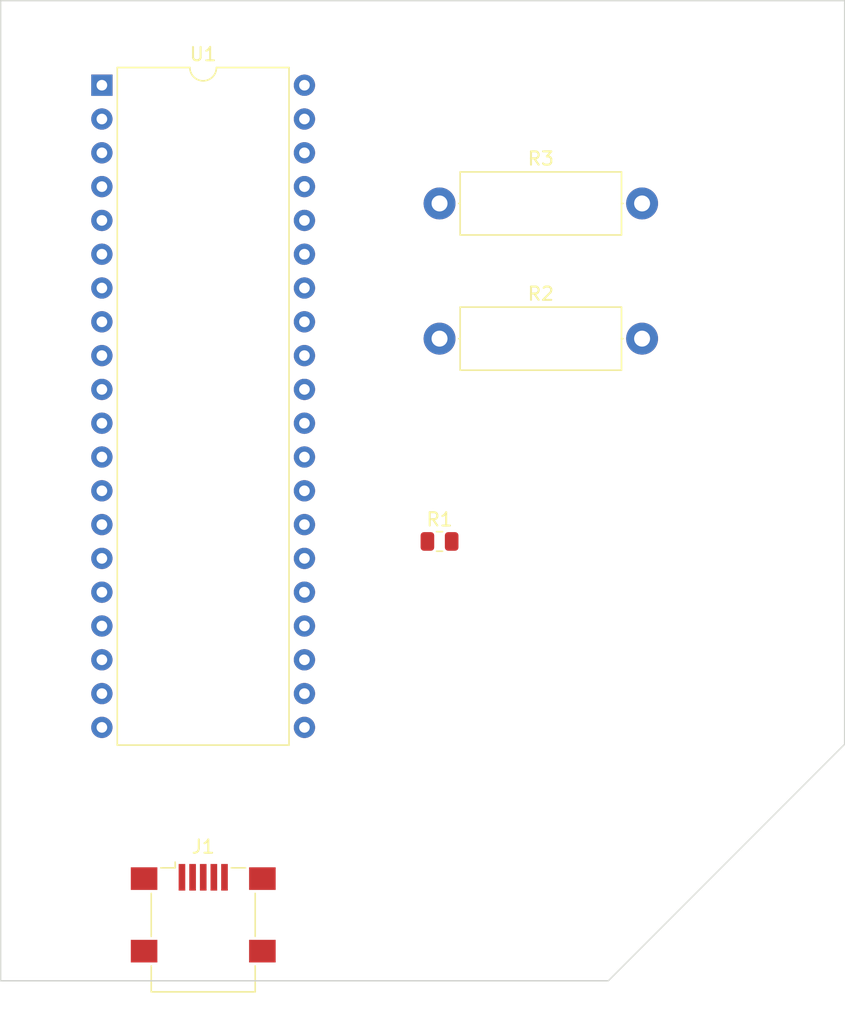
<source format=kicad_pcb>
(kicad_pcb (version 20221018) (generator pcbnew)
  (layers (0 "F.Cu" signal) (31 "B.Cu" signal) (34 "B.Paste" user) (35 "F.Paste" user) (36 "B.SilkS" user "B.Silkscreen") (37 "F.SilkS" user "F.Silkscreen") (38 "B.Mask" user) (39 "F.Mask" user) (44 "Edge.Cuts" user))
  (net 0 "")
  (footprint "Package_DIP:DIP-40_W15.24mm" (layer "F.Cu") (at 91.435 72.395)
    (fp_text reference "U1" (at 7.62 -2.33) (layer "F.SilkS"))
    (fp_text value "MC68A00")
    (fp_line (start 1.16 -1.33) (end 1.16 49.59) (stroke (width 0.12)) (layer "F.SilkS"))
    (fp_line (start 1.16 49.59) (end 14.08 49.59) (stroke (width 0.12)) (layer "F.SilkS"))
    (fp_line (start 6.62 -1.33) (end 1.16 -1.33) (stroke (width 0.12)) (layer "F.SilkS"))
    (fp_line (start 14.08 -1.33) (end 8.62 -1.33) (stroke (width 0.12)) (layer "F.SilkS"))
    (fp_line (start 14.08 49.59) (end 14.08 -1.33) (stroke (width 0.12)) (layer "F.SilkS"))
    (fp_arc (start 8.62 -1.33) (mid 7.62 -0.33) (end 6.62 -1.33) (stroke (width 0.12)) (layer "F.SilkS"))
    (pad "1" thru_hole rect (at 0 0) (size 1.6 1.6) (drill 0.8) (layers "*.Cu" "*.Mask"))
    (pad "2" thru_hole oval (at 0 2.54) (size 1.6 1.6) (drill 0.8) (layers "*.Cu" "*.Mask"))
    (pad "3" thru_hole oval (at 0 5.08) (size 1.6 1.6) (drill 0.8) (layers "*.Cu" "*.Mask"))
    (pad "4" thru_hole oval (at 0 7.62) (size 1.6 1.6) (drill 0.8) (layers "*.Cu" "*.Mask"))
    (pad "5" thru_hole oval (at 0 10.16) (size 1.6 1.6) (drill 0.8) (layers "*.Cu" "*.Mask"))
    (pad "6" thru_hole oval (at 0 12.7) (size 1.6 1.6) (drill 0.8) (layers "*.Cu" "*.Mask"))
    (pad "7" thru_hole oval (at 0 15.24) (size 1.6 1.6) (drill 0.8) (layers "*.Cu" "*.Mask"))
    (pad "8" thru_hole oval (at 0 17.78) (size 1.6 1.6) (drill 0.8) (layers "*.Cu" "*.Mask"))
    (pad "9" thru_hole oval (at 0 20.32) (size 1.6 1.6) (drill 0.8) (layers "*.Cu" "*.Mask"))
    (pad "10" thru_hole oval (at 0 22.86) (size 1.6 1.6) (drill 0.8) (layers "*.Cu" "*.Mask"))
    (pad "11" thru_hole oval (at 0 25.4) (size 1.6 1.6) (drill 0.8) (layers "*.Cu" "*.Mask"))
    (pad "12" thru_hole oval (at 0 27.94) (size 1.6 1.6) (drill 0.8) (layers "*.Cu" "*.Mask"))
    (pad "13" thru_hole oval (at 0 30.48) (size 1.6 1.6) (drill 0.8) (layers "*.Cu" "*.Mask"))
    (pad "14" thru_hole oval (at 0 33.02) (size 1.6 1.6) (drill 0.8) (layers "*.Cu" "*.Mask"))
    (pad "15" thru_hole oval (at 0 35.56) (size 1.6 1.6) (drill 0.8) (layers "*.Cu" "*.Mask"))
    (pad "16" thru_hole oval (at 0 38.1) (size 1.6 1.6) (drill 0.8) (layers "*.Cu" "*.Mask"))
    (pad "17" thru_hole oval (at 0 40.64) (size 1.6 1.6) (drill 0.8) (layers "*.Cu" "*.Mask"))
    (pad "18" thru_hole oval (at 0 43.18) (size 1.6 1.6) (drill 0.8) (layers "*.Cu" "*.Mask"))
    (pad "19" thru_hole oval (at 0 45.72) (size 1.6 1.6) (drill 0.8) (layers "*.Cu" "*.Mask"))
    (pad "20" thru_hole oval (at 0 48.26) (size 1.6 1.6) (drill 0.8) (layers "*.Cu" "*.Mask"))
    (pad "21" thru_hole oval (at 15.24 48.26) (size 1.6 1.6) (drill 0.8) (layers "*.Cu" "*.Mask"))
    (pad "22" thru_hole oval (at 15.24 45.72) (size 1.6 1.6) (drill 0.8) (layers "*.Cu" "*.Mask"))
    (pad "23" thru_hole oval (at 15.24 43.18) (size 1.6 1.6) (drill 0.8) (layers "*.Cu" "*.Mask"))
    (pad "24" thru_hole oval (at 15.24 40.64) (size 1.6 1.6) (drill 0.8) (layers "*.Cu" "*.Mask"))
    (pad "25" thru_hole oval (at 15.24 38.1) (size 1.6 1.6) (drill 0.8) (layers "*.Cu" "*.Mask"))
    (pad "26" thru_hole oval (at 15.24 35.56) (size 1.6 1.6) (drill 0.8) (layers "*.Cu" "*.Mask"))
    (pad "27" thru_hole oval (at 15.24 33.02) (size 1.6 1.6) (drill 0.8) (layers "*.Cu" "*.Mask"))
    (pad "28" thru_hole oval (at 15.24 30.48) (size 1.6 1.6) (drill 0.8) (layers "*.Cu" "*.Mask"))
    (pad "29" thru_hole oval (at 15.24 27.94) (size 1.6 1.6) (drill 0.8) (layers "*.Cu" "*.Mask"))
    (pad "30" thru_hole oval (at 15.24 25.4) (size 1.6 1.6) (drill 0.8) (layers "*.Cu" "*.Mask"))
    (pad "31" thru_hole oval (at 15.24 22.86) (size 1.6 1.6) (drill 0.8) (layers "*.Cu" "*.Mask"))
    (pad "32" thru_hole oval (at 15.24 20.32) (size 1.6 1.6) (drill 0.8) (layers "*.Cu" "*.Mask"))
    (pad "33" thru_hole oval (at 15.24 17.78) (size 1.6 1.6) (drill 0.8) (layers "*.Cu" "*.Mask"))
    (pad "34" thru_hole oval (at 15.24 15.24) (size 1.6 1.6) (drill 0.8) (layers "*.Cu" "*.Mask"))
    (pad "35" thru_hole oval (at 15.24 12.7) (size 1.6 1.6) (drill 0.8) (layers "*.Cu" "*.Mask"))
    (pad "36" thru_hole oval (at 15.24 10.16) (size 1.6 1.6) (drill 0.8) (layers "*.Cu" "*.Mask"))
    (pad "37" thru_hole oval (at 15.24 7.62) (size 1.6 1.6) (drill 0.8) (layers "*.Cu" "*.Mask"))
    (pad "38" thru_hole oval (at 15.24 5.08) (size 1.6 1.6) (drill 0.8) (layers "*.Cu" "*.Mask"))
    (pad "39" thru_hole oval (at 15.24 2.54) (size 1.6 1.6) (drill 0.8) (layers "*.Cu" "*.Mask"))
    (pad "40" thru_hole oval (at 15.24 0) (size 1.6 1.6) (drill 0.8) (layers "*.Cu" "*.Mask"))
  )
  (footprint "Resistor_THT:R_Axial_DIN0414_L11.9mm_D4.5mm_P15.24mm_Horizontal" (layer "F.Cu") (at 116.84 91.44)
    (fp_text reference "R2" (at 7.62 -3.37) (layer "F.SilkS"))
    (fp_text value "R")
    (fp_line (start 1.44 0) (end 1.55 0) (stroke (width 0.12)) (layer "F.SilkS"))
    (fp_line (start 1.55 -2.37) (end 1.55 2.37) (stroke (width 0.12)) (layer "F.SilkS"))
    (fp_line (start 1.55 2.37) (end 13.69 2.37) (stroke (width 0.12)) (layer "F.SilkS"))
    (fp_line (start 13.69 -2.37) (end 1.55 -2.37) (stroke (width 0.12)) (layer "F.SilkS"))
    (fp_line (start 13.69 2.37) (end 13.69 -2.37) (stroke (width 0.12)) (layer "F.SilkS"))
    (fp_line (start 13.8 0) (end 13.69 0) (stroke (width 0.12)) (layer "F.SilkS"))
    (pad "1" thru_hole circle (at 0 0) (size 2.4 2.4) (drill 1.2) (layers "*.Cu" "*.Mask"))
    (pad "2" thru_hole oval (at 15.24 0) (size 2.4 2.4) (drill 1.2) (layers "*.Cu" "*.Mask"))
  )
  (footprint "Resistor_THT:R_Axial_DIN0414_L11.9mm_D4.5mm_P15.24mm_Horizontal" (layer "F.Cu") (at 116.84 81.28)
    (fp_text reference "R3" (at 7.62 -3.37) (layer "F.SilkS"))
    (fp_text value "R")
    (fp_line (start 1.44 0) (end 1.55 0) (stroke (width 0.12)) (layer "F.SilkS"))
    (fp_line (start 1.55 -2.37) (end 1.55 2.37) (stroke (width 0.12)) (layer "F.SilkS"))
    (fp_line (start 1.55 2.37) (end 13.69 2.37) (stroke (width 0.12)) (layer "F.SilkS"))
    (fp_line (start 13.69 -2.37) (end 1.55 -2.37) (stroke (width 0.12)) (layer "F.SilkS"))
    (fp_line (start 13.69 2.37) (end 13.69 -2.37) (stroke (width 0.12)) (layer "F.SilkS"))
    (fp_line (start 13.8 0) (end 13.69 0) (stroke (width 0.12)) (layer "F.SilkS"))
    (pad "1" thru_hole circle (at 0 0) (size 2.4 2.4) (drill 1.2) (layers "*.Cu" "*.Mask"))
    (pad "2" thru_hole oval (at 15.24 0) (size 2.4 2.4) (drill 1.2) (layers "*.Cu" "*.Mask"))
  )
  (footprint "Connector_USB:USB_Mini-B_Lumberg_2486_01_Horizontal" (layer "F.Cu") (at 99.06 134.62)
    (fp_text reference "J1" (at 0 -5) (layer "F.SilkS"))
    (fp_text value "USB_B_Mini")
    (fp_line (start -3.91 1.74) (end -3.91 -1.49) (stroke (width 0.12)) (layer "F.SilkS"))
    (fp_line (start -3.91 5.91) (end -3.91 3.96) (stroke (width 0.12)) (layer "F.SilkS"))
    (fp_line (start -3.19 -3.41) (end -2.11 -3.41) (stroke (width 0.12)) (layer "F.SilkS"))
    (fp_line (start -2.11 -3.41) (end -2.11 -3.84) (stroke (width 0.12)) (layer "F.SilkS"))
    (fp_line (start 2.11 -3.41) (end 3.19 -3.41) (stroke (width 0.12)) (layer "F.SilkS"))
    (fp_line (start 3.91 1.74) (end 3.91 -1.49) (stroke (width 0.12)) (layer "F.SilkS"))
    (fp_line (start 3.91 5.91) (end -3.91 5.91) (stroke (width 0.12)) (layer "F.SilkS"))
    (fp_line (start 3.91 5.91) (end 3.91 3.96) (stroke (width 0.12)) (layer "F.SilkS"))
    (pad "" np_thru_hole circle (at -2.2 0) (size 1 1) (drill 1) (layers "*.Cu" "*.Mask"))
    (pad "" np_thru_hole circle (at 2.2 0) (size 1 1) (drill 1) (layers "*.Cu" "*.Mask"))
    (pad "1" smd rect (at -1.6 -2.7) (size 0.5 2) (layers "F.Cu" "F.Paste" "F.Mask"))
    (pad "2" smd rect (at -0.8 -2.7) (size 0.5 2) (layers "F.Cu" "F.Paste" "F.Mask"))
    (pad "3" smd rect (at 0 -2.7) (size 0.5 2) (layers "F.Cu" "F.Paste" "F.Mask"))
    (pad "4" smd rect (at 0.8 -2.7) (size 0.5 2) (layers "F.Cu" "F.Paste" "F.Mask"))
    (pad "5" smd rect (at 1.6 -2.7) (size 0.5 2) (layers "F.Cu" "F.Paste" "F.Mask"))
    (pad "6" smd rect (at -4.45 -2.6) (size 2 1.7) (layers "F.Cu" "F.Paste" "F.Mask"))
    (pad "6" smd rect (at -4.45 2.85) (size 2 1.7) (layers "F.Cu" "F.Paste" "F.Mask"))
    (pad "6" smd rect (at 4.45 -2.6) (size 2 1.7) (layers "F.Cu" "F.Paste" "F.Mask"))
    (pad "6" smd rect (at 4.45 2.85) (size 2 1.7) (layers "F.Cu" "F.Paste" "F.Mask"))
  )
  (footprint "Resistor_SMD:R_0805_2012Metric" (layer "F.Cu") (at 116.84 106.68)
    (fp_text reference "R1" (at 0 -1.65) (layer "F.SilkS"))
    (fp_text value "R")
    (fp_line (start -0.227064 -0.735) (end 0.227064 -0.735) (stroke (width 0.12)) (layer "F.SilkS"))
    (fp_line (start -0.227064 0.735) (end 0.227064 0.735) (stroke (width 0.12)) (layer "F.SilkS"))
    (pad "1" smd roundrect (at -0.9125 0) (size 1.025 1.4) (layers "F.Cu" "F.Paste" "F.Mask") (roundrect_rratio 0.243902))
    (pad "2" smd roundrect (at 0.9125 0) (size 1.025 1.4) (layers "F.Cu" "F.Paste" "F.Mask") (roundrect_rratio 0.243902))
  )
  (gr_poly (pts (xy 147.32 121.92) (xy 129.54 139.7) (xy 83.82 139.7) (xy 83.82 66.04) (xy 147.32 66.04)) (stroke (width 0.1)) (fill none) (layer "Edge.Cuts"))
)
</source>
